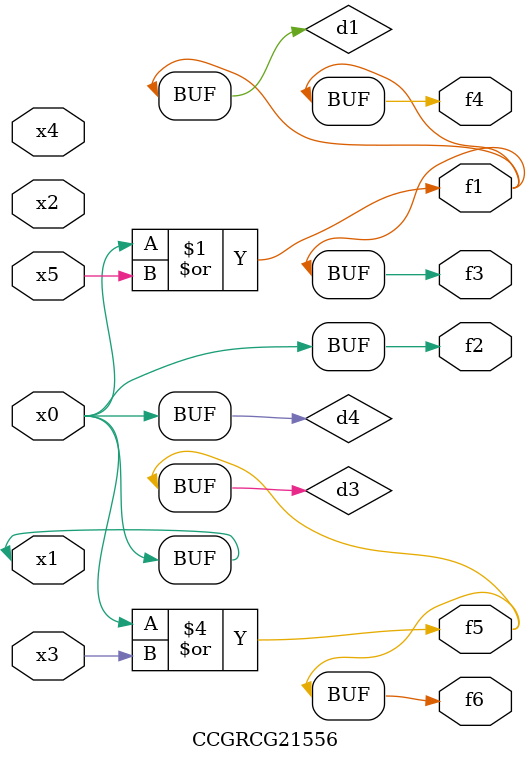
<source format=v>
module CCGRCG21556(
	input x0, x1, x2, x3, x4, x5,
	output f1, f2, f3, f4, f5, f6
);

	wire d1, d2, d3, d4;

	or (d1, x0, x5);
	xnor (d2, x1, x4);
	or (d3, x0, x3);
	buf (d4, x0, x1);
	assign f1 = d1;
	assign f2 = d4;
	assign f3 = d1;
	assign f4 = d1;
	assign f5 = d3;
	assign f6 = d3;
endmodule

</source>
